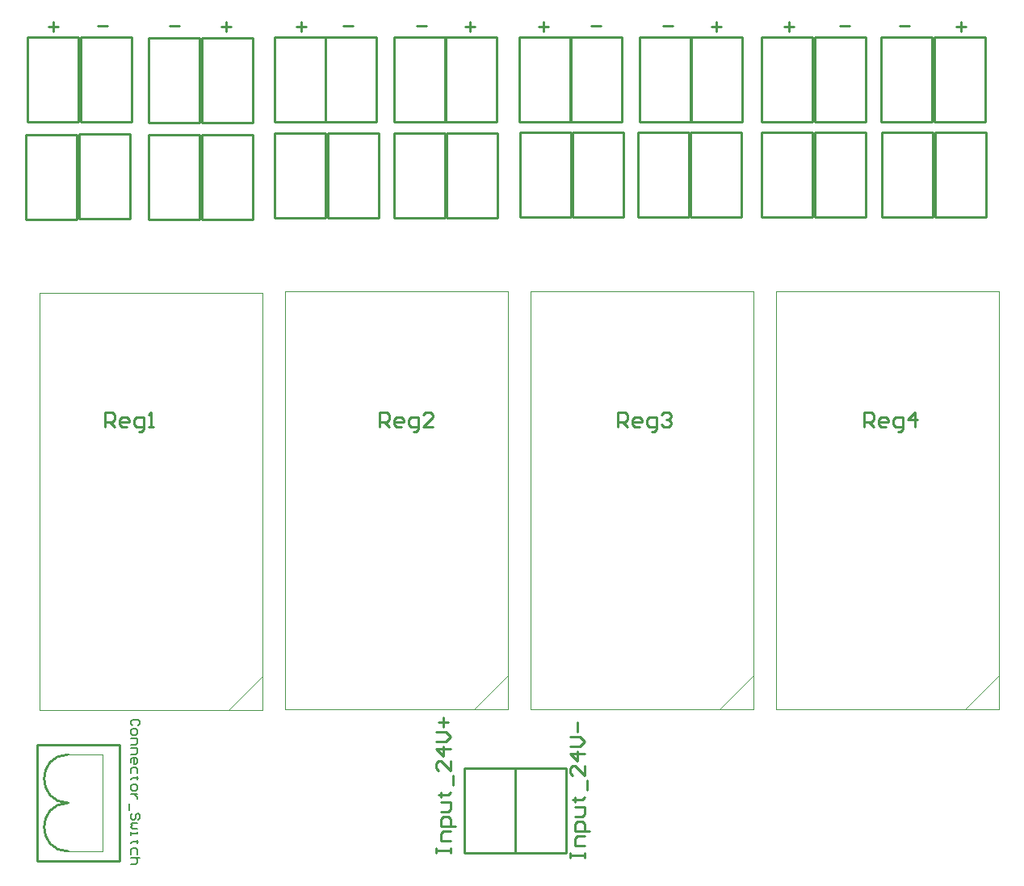
<source format=gto>
G04 Layer_Color=65535*
%FSLAX24Y24*%
%MOIN*%
G70*
G01*
G75*
%ADD18C,0.0100*%
%ADD19C,0.0049*%
%ADD20C,0.0039*%
%ADD21C,0.0079*%
G54D18*
X-44180Y10488D02*
G03*
X-44180Y8488I0J-1000D01*
G01*
Y12488D02*
G03*
X-44180Y10488I0J-1000D01*
G01*
X-8606Y34683D02*
X-8506D01*
X-8606Y38183D02*
X-8506D01*
Y38083D02*
Y38183D01*
Y34683D02*
Y38083D01*
X-10606Y38183D02*
X-8606D01*
X-10606Y34683D02*
Y38183D01*
Y34683D02*
X-8606D01*
X-8406Y38183D02*
X-8306D01*
X-8406Y34683D02*
X-8306D01*
X-8406D02*
Y34783D01*
Y38183D01*
X-8306Y34683D02*
X-6306D01*
Y38183D01*
X-8306D02*
X-6306D01*
X-28724Y38620D02*
X-28624D01*
X-28724Y42120D02*
X-28624D01*
Y42020D02*
Y42120D01*
Y38620D02*
Y42020D01*
X-30724Y42120D02*
X-28724D01*
X-30724Y38620D02*
Y42120D01*
Y38620D02*
X-28724D01*
X-26598D02*
X-26498D01*
X-26598Y42120D02*
X-26498D01*
Y42020D02*
Y42120D01*
Y38620D02*
Y42020D01*
X-28598Y42120D02*
X-26598D01*
X-28598Y38620D02*
Y42120D01*
Y38620D02*
X-26598D01*
X-8646D02*
X-8546D01*
X-8646Y42120D02*
X-8546D01*
Y42020D02*
Y42120D01*
Y38620D02*
Y42020D01*
X-10646Y42120D02*
X-8646D01*
X-10646Y38620D02*
Y42120D01*
Y38620D02*
X-8646D01*
X-8446Y42120D02*
X-8346D01*
X-8446Y38620D02*
X-8346D01*
X-8446D02*
Y38720D01*
Y42120D01*
X-8346Y38620D02*
X-6346D01*
Y42120D01*
X-8346D02*
X-6346D01*
X-28724Y34644D02*
X-28624D01*
X-28724Y38144D02*
X-28624D01*
Y38044D02*
Y38144D01*
Y34644D02*
Y38044D01*
X-30724Y38144D02*
X-28724D01*
X-30724Y34644D02*
Y38144D01*
Y34644D02*
X-28724D01*
X-26559D02*
X-26459D01*
X-26559Y38144D02*
X-26459D01*
Y38044D02*
Y38144D01*
Y34644D02*
Y38044D01*
X-28559Y38144D02*
X-26559D01*
X-28559Y34644D02*
Y38144D01*
Y34644D02*
X-26559D01*
X-13383Y38191D02*
X-13283D01*
X-13383Y34691D02*
X-13283D01*
X-13383D02*
Y34791D01*
Y38191D01*
X-13283Y34691D02*
X-11283D01*
Y38191D01*
X-13283D02*
X-11283D01*
X-13583Y34691D02*
X-13483D01*
X-13583Y38191D02*
X-13483D01*
Y38091D02*
Y38191D01*
Y34691D02*
Y38091D01*
X-15583Y38191D02*
X-13583D01*
X-15583Y34691D02*
Y38191D01*
Y34691D02*
X-13583D01*
X-31480Y34644D02*
X-31380D01*
X-31480Y38144D02*
X-31380D01*
Y38044D02*
Y38144D01*
Y34644D02*
Y38044D01*
X-33480Y38144D02*
X-31480D01*
X-33480Y34644D02*
Y38144D01*
Y34644D02*
X-31480D01*
X-33680D02*
X-33580D01*
X-33680Y38144D02*
X-33580D01*
Y38044D02*
Y38144D01*
Y34644D02*
Y38044D01*
X-35680Y38144D02*
X-33680D01*
X-35680Y34644D02*
Y38144D01*
Y34644D02*
X-33680D01*
X-13383Y42128D02*
X-13283D01*
X-13383Y38628D02*
X-13283D01*
X-13383D02*
Y38728D01*
Y42128D01*
X-13283Y38628D02*
X-11283D01*
Y42128D01*
X-13283D02*
X-11283D01*
X-13583Y38628D02*
X-13483D01*
X-13583Y42128D02*
X-13483D01*
Y42028D02*
Y42128D01*
Y38628D02*
Y42028D01*
X-15583Y42128D02*
X-13583D01*
X-15583Y38628D02*
Y42128D01*
Y38628D02*
X-13583D01*
X-31559Y38620D02*
X-31459D01*
X-31559Y42120D02*
X-31459D01*
Y42020D02*
Y42120D01*
Y38620D02*
Y42020D01*
X-33559Y42120D02*
X-31559D01*
X-33559Y38620D02*
Y42120D01*
Y38620D02*
X-31559D01*
X-33685D02*
X-33585D01*
X-33685Y42120D02*
X-33585D01*
Y42020D02*
Y42120D01*
Y38620D02*
Y42020D01*
X-35685Y42120D02*
X-33685D01*
X-35685Y38620D02*
Y42120D01*
Y38620D02*
X-33685D01*
X-18685Y34683D02*
X-18585D01*
X-18685Y38183D02*
X-18585D01*
Y38083D02*
Y38183D01*
Y34683D02*
Y38083D01*
X-20685Y38183D02*
X-18685D01*
X-20685Y34683D02*
Y38183D01*
Y34683D02*
X-18685D01*
X-18502Y38191D02*
X-18402D01*
X-18502Y34691D02*
X-18402D01*
X-18502D02*
Y34791D01*
Y38191D01*
X-18402Y34691D02*
X-16402D01*
Y38191D01*
X-18402D02*
X-16402D01*
X-18606Y38620D02*
X-18506D01*
X-18606Y42120D02*
X-18506D01*
Y42020D02*
Y42120D01*
Y38620D02*
Y42020D01*
X-20606Y42120D02*
X-18606D01*
X-20606Y38620D02*
Y42120D01*
Y38620D02*
X-18606D01*
X-16480D02*
X-16380D01*
X-16480Y42120D02*
X-16380D01*
Y42020D02*
Y42120D01*
Y38620D02*
Y42020D01*
X-18480Y42120D02*
X-16480D01*
X-18480Y38620D02*
Y42120D01*
Y38620D02*
X-16480D01*
X-23367Y38183D02*
X-23267D01*
X-23367Y34683D02*
X-23267D01*
X-23367D02*
Y34783D01*
Y38183D01*
X-23267Y34683D02*
X-21267D01*
Y38183D01*
X-23267D02*
X-21267D01*
X-23528Y34683D02*
X-23428D01*
X-23528Y38183D02*
X-23428D01*
Y38083D02*
Y38183D01*
Y34683D02*
Y38083D01*
X-25528Y38183D02*
X-23528D01*
X-25528Y34683D02*
Y38183D01*
Y34683D02*
X-23528D01*
X-23423Y42128D02*
X-23323D01*
X-23423Y38628D02*
X-23323D01*
X-23423D02*
Y38728D01*
Y42128D01*
X-23323Y38628D02*
X-21323D01*
Y42128D01*
X-23323D02*
X-21323D01*
X-23567Y38620D02*
X-23467D01*
X-23567Y42120D02*
X-23467D01*
Y42020D02*
Y42120D01*
Y38620D02*
Y42020D01*
X-25567Y42120D02*
X-23567D01*
X-25567Y38620D02*
Y42120D01*
Y38620D02*
X-23567D01*
X-25746Y11931D02*
X-25646D01*
X-25746Y8431D02*
X-25646D01*
X-25746D02*
Y8531D01*
Y11931D01*
X-25646Y8431D02*
X-23646D01*
Y11931D01*
X-25646D02*
X-23646D01*
X-25850Y8431D02*
X-25750D01*
X-25850Y11931D02*
X-25750D01*
Y11831D02*
Y11931D01*
Y8431D02*
Y11831D01*
X-27850Y11931D02*
X-25850D01*
X-27850Y8431D02*
Y11931D01*
Y8431D02*
X-25850D01*
X-38882Y38581D02*
X-38782D01*
X-38882Y42081D02*
X-38782D01*
Y41981D02*
Y42081D01*
Y38581D02*
Y41981D01*
X-40882Y42081D02*
X-38882D01*
X-40882Y38581D02*
Y42081D01*
Y38581D02*
X-38882D01*
X-36682D02*
X-36582D01*
X-36682Y42081D02*
X-36582D01*
Y41981D02*
Y42081D01*
Y38581D02*
Y41981D01*
X-38682Y42081D02*
X-36682D01*
X-38682Y38581D02*
Y42081D01*
Y38581D02*
X-36682D01*
X-41668Y38620D02*
X-41568D01*
X-41668Y42120D02*
X-41568D01*
Y42020D02*
Y42120D01*
Y38620D02*
Y42020D01*
X-43668Y42120D02*
X-41668D01*
X-43668Y38620D02*
Y42120D01*
Y38620D02*
X-41668D01*
X-43868D02*
X-43768D01*
X-43868Y42120D02*
X-43768D01*
Y42020D02*
Y42120D01*
Y38620D02*
Y42020D01*
X-45868Y42120D02*
X-43868D01*
X-45868Y38620D02*
Y42120D01*
Y38620D02*
X-43868D01*
X-38882Y34604D02*
X-38782D01*
X-38882Y38104D02*
X-38782D01*
Y38004D02*
Y38104D01*
Y34604D02*
Y38004D01*
X-40882Y38104D02*
X-38882D01*
X-40882Y34604D02*
Y38104D01*
Y34604D02*
X-38882D01*
X-36682D02*
X-36582D01*
X-36682Y38104D02*
X-36582D01*
Y38004D02*
Y38104D01*
Y34604D02*
Y38004D01*
X-38682Y38104D02*
X-36682D01*
X-38682Y34604D02*
Y38104D01*
Y34604D02*
X-36682D01*
X-43746Y38112D02*
X-43646D01*
X-43746Y34612D02*
X-43646D01*
X-43746D02*
Y34712D01*
Y38112D01*
X-43646Y34612D02*
X-41646D01*
Y38112D01*
X-43646D02*
X-41646D01*
X-43946Y34604D02*
X-43846D01*
X-43946Y38104D02*
X-43846D01*
Y38004D02*
Y38104D01*
Y34604D02*
Y38004D01*
X-45946Y38104D02*
X-43946D01*
X-45946Y34604D02*
Y38104D01*
Y34604D02*
X-43946D01*
X-45480Y12888D02*
X-42080D01*
Y8088D02*
Y12888D01*
X-45480Y8088D02*
Y12888D01*
Y8088D02*
X-42080D01*
X-28986Y8425D02*
Y8625D01*
Y8525D01*
X-28386D01*
Y8425D01*
Y8625D01*
Y8925D02*
X-28786D01*
Y9225D01*
X-28686Y9325D01*
X-28386D01*
X-28186Y9525D02*
X-28786D01*
Y9825D01*
X-28686Y9925D01*
X-28486D01*
X-28386Y9825D01*
Y9525D01*
X-28786Y10125D02*
X-28486D01*
X-28386Y10225D01*
Y10525D01*
X-28786D01*
X-28886Y10824D02*
X-28786D01*
Y10724D01*
Y10924D01*
Y10824D01*
X-28486D01*
X-28386Y10924D01*
X-28286Y11224D02*
Y11624D01*
X-28386Y12224D02*
Y11824D01*
X-28786Y12224D01*
X-28886D01*
X-28986Y12124D01*
Y11924D01*
X-28886Y11824D01*
X-28386Y12724D02*
X-28986D01*
X-28686Y12424D01*
Y12824D01*
X-28986Y13024D02*
X-28586D01*
X-28386Y13224D01*
X-28586Y13424D01*
X-28986D01*
X-28686Y13624D02*
Y14023D01*
X-28886Y13823D02*
X-28486D01*
X-23474Y8228D02*
Y8428D01*
Y8328D01*
X-22874D01*
Y8228D01*
Y8428D01*
Y8728D02*
X-23274D01*
Y9028D01*
X-23174Y9128D01*
X-22874D01*
X-22674Y9328D02*
X-23274D01*
Y9628D01*
X-23174Y9728D01*
X-22974D01*
X-22874Y9628D01*
Y9328D01*
X-23274Y9928D02*
X-22974D01*
X-22874Y10028D01*
Y10328D01*
X-23274D01*
X-23374Y10628D02*
X-23274D01*
Y10528D01*
Y10728D01*
Y10628D01*
X-22974D01*
X-22874Y10728D01*
X-22774Y11027D02*
Y11427D01*
X-22874Y12027D02*
Y11627D01*
X-23274Y12027D01*
X-23374D01*
X-23474Y11927D01*
Y11727D01*
X-23374Y11627D01*
X-22874Y12527D02*
X-23474D01*
X-23174Y12227D01*
Y12627D01*
X-23474Y12827D02*
X-23074D01*
X-22874Y13027D01*
X-23074Y13227D01*
X-23474D01*
X-23174Y13427D02*
Y13827D01*
X-45000Y42547D02*
X-44600D01*
X-44800Y42747D02*
Y42347D01*
X-37874Y42547D02*
X-37474D01*
X-37674Y42747D02*
Y42347D01*
X-34764Y42547D02*
X-34364D01*
X-34564Y42747D02*
Y42347D01*
X-27795Y42547D02*
X-27395D01*
X-27595Y42747D02*
Y42347D01*
X-24764Y42547D02*
X-24364D01*
X-24564Y42747D02*
Y42347D01*
X-17638Y42547D02*
X-17238D01*
X-17438Y42747D02*
Y42347D01*
X-14646Y42547D02*
X-14246D01*
X-14446Y42747D02*
Y42347D01*
X-7520Y42547D02*
X-7120D01*
X-7320Y42747D02*
Y42347D01*
X-42953Y42590D02*
X-42553D01*
X-40000D02*
X-39600D01*
X-32835D02*
X-32435D01*
X-29803D02*
X-29403D01*
X-22598D02*
X-22199D01*
X-19646D02*
X-19246D01*
X-12323D02*
X-11923D01*
X-9882D02*
X-9482D01*
X-42677Y26024D02*
Y26623D01*
X-42377D01*
X-42277Y26523D01*
Y26324D01*
X-42377Y26224D01*
X-42677D01*
X-42477D02*
X-42277Y26024D01*
X-41777D02*
X-41977D01*
X-42077Y26124D01*
Y26324D01*
X-41977Y26423D01*
X-41777D01*
X-41677Y26324D01*
Y26224D01*
X-42077D01*
X-41278Y25824D02*
X-41178D01*
X-41078Y25924D01*
Y26423D01*
X-41378D01*
X-41478Y26324D01*
Y26124D01*
X-41378Y26024D01*
X-41078D01*
X-40878D02*
X-40678D01*
X-40778D01*
Y26623D01*
X-40878Y26523D01*
X-31339Y26024D02*
Y26623D01*
X-31039D01*
X-30939Y26523D01*
Y26324D01*
X-31039Y26224D01*
X-31339D01*
X-31139D02*
X-30939Y26024D01*
X-30439D02*
X-30639D01*
X-30739Y26124D01*
Y26324D01*
X-30639Y26423D01*
X-30439D01*
X-30339Y26324D01*
Y26224D01*
X-30739D01*
X-29939Y25824D02*
X-29839D01*
X-29739Y25924D01*
Y26423D01*
X-30039D01*
X-30139Y26324D01*
Y26124D01*
X-30039Y26024D01*
X-29739D01*
X-29139D02*
X-29539D01*
X-29139Y26423D01*
Y26523D01*
X-29239Y26623D01*
X-29439D01*
X-29539Y26523D01*
X-21496Y26024D02*
Y26623D01*
X-21196D01*
X-21096Y26523D01*
Y26324D01*
X-21196Y26224D01*
X-21496D01*
X-21296D02*
X-21096Y26024D01*
X-20596D02*
X-20796D01*
X-20896Y26124D01*
Y26324D01*
X-20796Y26423D01*
X-20596D01*
X-20496Y26324D01*
Y26224D01*
X-20896D01*
X-20097Y25824D02*
X-19997D01*
X-19897Y25924D01*
Y26423D01*
X-20196D01*
X-20296Y26324D01*
Y26124D01*
X-20196Y26024D01*
X-19897D01*
X-19697Y26523D02*
X-19597Y26623D01*
X-19397D01*
X-19297Y26523D01*
Y26423D01*
X-19397Y26324D01*
X-19497D01*
X-19397D01*
X-19297Y26224D01*
Y26124D01*
X-19397Y26024D01*
X-19597D01*
X-19697Y26124D01*
X-11339Y26024D02*
Y26623D01*
X-11039D01*
X-10939Y26523D01*
Y26324D01*
X-11039Y26224D01*
X-11339D01*
X-11139D02*
X-10939Y26024D01*
X-10439D02*
X-10639D01*
X-10739Y26124D01*
Y26324D01*
X-10639Y26423D01*
X-10439D01*
X-10339Y26324D01*
Y26224D01*
X-10739D01*
X-9939Y25824D02*
X-9839D01*
X-9739Y25924D01*
Y26423D01*
X-10039D01*
X-10139Y26324D01*
Y26124D01*
X-10039Y26024D01*
X-9739D01*
X-9239D02*
Y26623D01*
X-9539Y26324D01*
X-9139D01*
G54D19*
X-37567Y14318D02*
X-36167Y15718D01*
Y15868D01*
Y14318D02*
Y31568D01*
X-45367D02*
X-36167D01*
X-45367Y14318D02*
Y31568D01*
Y14318D02*
X-36167D01*
X-27435Y14357D02*
X-26035Y15757D01*
Y15907D01*
Y14357D02*
Y31607D01*
X-35235D02*
X-26035D01*
X-35235Y14357D02*
Y31607D01*
Y14357D02*
X-26035D01*
X-7173D02*
X-5773Y15757D01*
Y15907D01*
Y14357D02*
Y31607D01*
X-14973D02*
X-5773D01*
X-14973Y14357D02*
Y31607D01*
Y14357D02*
X-5773D01*
X-17304D02*
X-15904Y15757D01*
Y15907D01*
Y14357D02*
Y31607D01*
X-25104D02*
X-15904D01*
X-25104Y14357D02*
Y31607D01*
Y14357D02*
X-15904D01*
G54D20*
X-44180Y8488D02*
X-42780D01*
Y12488D01*
X-44180D02*
X-42780D01*
G54D21*
X-41286Y13675D02*
X-41221Y13740D01*
Y13871D01*
X-41286Y13937D01*
X-41549D01*
X-41614Y13871D01*
Y13740D01*
X-41549Y13675D01*
X-41614Y13478D02*
Y13347D01*
X-41549Y13281D01*
X-41417D01*
X-41352Y13347D01*
Y13478D01*
X-41417Y13543D01*
X-41549D01*
X-41614Y13478D01*
Y13150D02*
X-41352D01*
Y12953D01*
X-41417Y12887D01*
X-41614D01*
Y12756D02*
X-41352D01*
Y12559D01*
X-41417Y12494D01*
X-41614D01*
Y12166D02*
Y12297D01*
X-41549Y12363D01*
X-41417D01*
X-41352Y12297D01*
Y12166D01*
X-41417Y12100D01*
X-41483D01*
Y12363D01*
X-41352Y11707D02*
Y11904D01*
X-41417Y11969D01*
X-41549D01*
X-41614Y11904D01*
Y11707D01*
X-41286Y11510D02*
X-41352D01*
Y11576D01*
Y11444D01*
Y11510D01*
X-41549D01*
X-41614Y11444D01*
Y11182D02*
Y11051D01*
X-41549Y10985D01*
X-41417D01*
X-41352Y11051D01*
Y11182D01*
X-41417Y11248D01*
X-41549D01*
X-41614Y11182D01*
X-41352Y10854D02*
X-41614D01*
X-41483D01*
X-41417Y10788D01*
X-41352Y10723D01*
Y10657D01*
X-41680Y10460D02*
Y10198D01*
X-41286Y9804D02*
X-41221Y9870D01*
Y10001D01*
X-41286Y10067D01*
X-41352D01*
X-41417Y10001D01*
Y9870D01*
X-41483Y9804D01*
X-41549D01*
X-41614Y9870D01*
Y10001D01*
X-41549Y10067D01*
X-41352Y9673D02*
X-41549D01*
X-41614Y9608D01*
X-41549Y9542D01*
X-41614Y9477D01*
X-41549Y9411D01*
X-41352D01*
X-41614Y9280D02*
Y9149D01*
Y9214D01*
X-41352D01*
Y9280D01*
X-41286Y8886D02*
X-41352D01*
Y8952D01*
Y8821D01*
Y8886D01*
X-41549D01*
X-41614Y8821D01*
X-41352Y8361D02*
Y8558D01*
X-41417Y8624D01*
X-41549D01*
X-41614Y8558D01*
Y8361D01*
X-41221Y8230D02*
X-41614D01*
X-41417D01*
X-41352Y8165D01*
Y8033D01*
X-41417Y7968D01*
X-41614D01*
M02*

</source>
